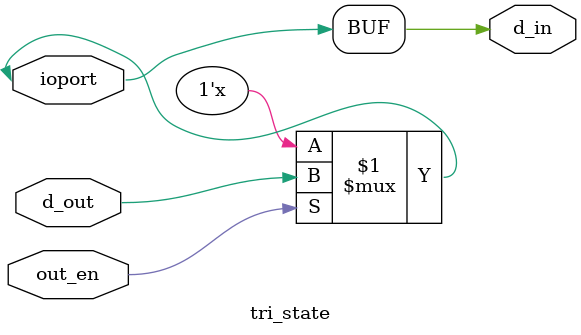
<source format=v>

module tri_state(d_in, d_out, out_en, ioport);
	input d_out, out_en;			//init_clk should be 10KHz
	output d_in;
	inout ioport;
	
	assign ioport = (out_en) ?  d_out:1'bz;
	assign d_in = ioport;
endmodule

</source>
